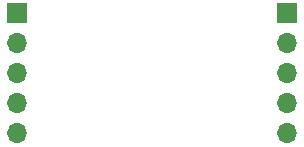
<source format=gbr>
%TF.GenerationSoftware,KiCad,Pcbnew,7.0.10*%
%TF.CreationDate,2024-05-08T17:05:56+09:00*%
%TF.ProjectId,CANFD_Module_withMCP2517FD&MCP2562FD,43414e46-445f-44d6-9f64-756c655f7769,rev?*%
%TF.SameCoordinates,Original*%
%TF.FileFunction,Soldermask,Bot*%
%TF.FilePolarity,Negative*%
%FSLAX46Y46*%
G04 Gerber Fmt 4.6, Leading zero omitted, Abs format (unit mm)*
G04 Created by KiCad (PCBNEW 7.0.10) date 2024-05-08 17:05:56*
%MOMM*%
%LPD*%
G01*
G04 APERTURE LIST*
%ADD10R,1.700000X1.700000*%
%ADD11O,1.700000X1.700000*%
G04 APERTURE END LIST*
D10*
%TO.C,J2*%
X139700000Y-71125000D03*
D11*
X139700000Y-73665000D03*
X139700000Y-76205000D03*
X139700000Y-78745000D03*
X139700000Y-81285000D03*
%TD*%
%TO.C,J1*%
X116840000Y-81285000D03*
X116840000Y-78745000D03*
X116840000Y-76205000D03*
X116840000Y-73665000D03*
D10*
X116840000Y-71125000D03*
%TD*%
M02*

</source>
